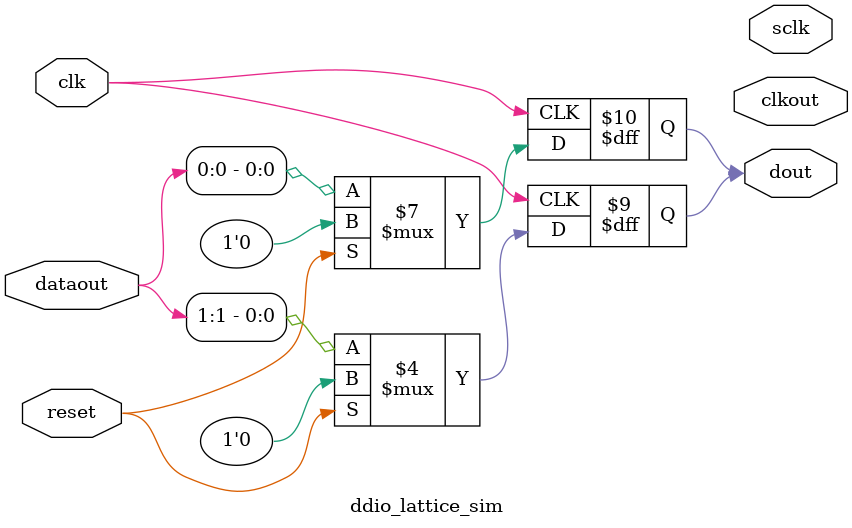
<source format=sv>
/**********************************************
______________                ______________
______________ \  /\  /|\  /| ______________
______________  \/  \/ | \/ | ______________
descript:
author : Young
Version:
creaded: 2016/9/30 下午4:35:29
madified:
***********************************************/
`timescale 1ns/1ps
module ddio_lattice_sim (
  input wire        clk       ,
  input wire        reset     ,
  input wire [1:0]  dataout   ,
  output wire       clkout    ,
  output wire       sclk      ,
  output reg  [0:0] dout
);


always@(posedge clk)
    if(reset)
        dout    <= 1'b0;
    else
        dout    <= dataout[0];

always@(negedge clk)
    if(reset)
        dout    <= 1'b0;
    else
        dout    <= dataout[1];

endmodule

</source>
